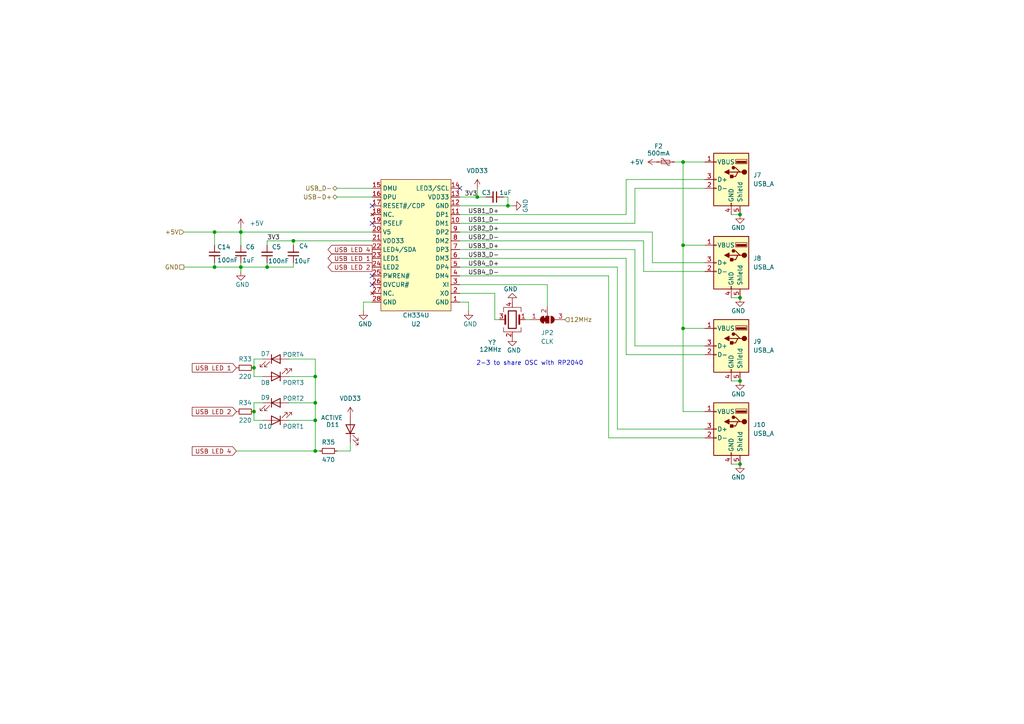
<source format=kicad_sch>
(kicad_sch (version 20250114) (generator "eeschema") (generator_version "9.0")
  (paper "A4")
  (title_block (title "MiSTeryShield20KRPiPico") (date "2025-01-30") (rev "V1") (company "Stefan Voss") (comment 3 "(c) 2025 by Stefan Voss") (comment 4 "MiSTery Pi Pico WLAN Shield for Tang Nano 20K"))
  (lib_symbols
    (symbol "Connector:USB_A" (pin_names (offset 1.016))
      (property "Reference" "J" (at -5.08 11.43 0))
      (property "Value" "USB_A" (at -5.08 8.89 0))
      (symbol "USB_A_0_1"
        (rectangle (start -5.08 -7.62) (end 5.08 7.62) (stroke (width 0.254)) (fill (type background)))
        (circle (center -3.81 2.159) (radius 0.635) (stroke (width 0.254)) (fill (type outline)))
        (polyline (pts (xy -3.175 2.159) (xy -2.54 2.159) (xy -1.27 3.429) (xy -0.635 3.429)) (stroke (width 0.254)))
        (polyline (pts (xy -2.54 2.159) (xy -1.905 2.159) (xy -1.27 0.889) (xy 0 0.889)) (stroke (width 0.254)))
        (rectangle (start -1.524 4.826) (end -4.318 5.334) (fill (type outline)))
        (rectangle (start -1.27 4.572) (end -4.572 5.842))
        (circle (center -0.635 3.429) (radius 0.381) (stroke (width 0.254)) (fill (type outline)))
        (rectangle (start -0.127 -7.62) (end 0.127 -6.858))
        (rectangle (start 0.254 1.27) (end -0.508 0.508) (stroke (width 0.254)) (fill (type outline)))
        (polyline (pts (xy 0.635 2.794) (xy 0.635 1.524) (xy 1.905 2.159) (xy 0.635 2.794)) (stroke (width 0.254)) (fill (type outline)))
        (rectangle (start 5.08 4.953) (end 4.318 5.207))
        (rectangle (start 5.08 -0.127) (end 4.318 0.127))
        (rectangle (start 5.08 -2.667) (end 4.318 -2.413))
      )
      (symbol "USB_A_1_1"
        (polyline (pts (xy -1.905 2.159) (xy 0.635 2.159)) (stroke (width 0.254)))
        (pin passive line (at -2.54 -10.16 90) (length 2.54) (name "Shield") (number "5"))
        (pin power_in line (at 0 -10.16 90) (length 2.54) (name "GND") (number "4"))
        (pin power_in line (at 7.62 5.08 180) (length 2.54) (name "VBUS") (number "1"))
        (pin bidirectional line (at 7.62 0 180) (length 2.54) (name "D+") (number "3"))
        (pin bidirectional line (at 7.62 -2.54 180) (length 2.54) (name "D-") (number "2"))
      )
    )
    (symbol "Device:C_Small" (pin_numbers (hide yes)) (pin_names (offset 0.254) (hide yes))
      (property "Reference" "C" (at 0.254 1.778 0))
      (property "Value" "C_Small" (at 0.254 -2.032 0))
      (symbol "C_Small_0_1"
        (polyline (pts (xy -1.524 0.508) (xy 1.524 0.508)) (stroke (width 0.3048)))
        (polyline (pts (xy -1.524 -0.508) (xy 1.524 -0.508)) (stroke (width 0.3302)))
      )
      (symbol "C_Small_1_1"
        (pin passive line (at 0 2.54 270) (length 2.032) (name "~") (number "1"))
        (pin passive line (at 0 -2.54 90) (length 2.032) (name "~") (number "2"))
      )
    )
    (symbol "Device:Crystal_GND24" (pin_names (offset 1.016) (hide yes))
      (property "Reference" "Y" (at 3.175 5.08 0))
      (property "Value" "Crystal_GND24" (at 3.175 3.175 0))
      (symbol "Crystal_GND24_0_1"
        (polyline (pts (xy -2.54 2.286) (xy -2.54 3.556) (xy 2.54 3.556) (xy 2.54 2.286)))
        (polyline (pts (xy -2.54 0) (xy -2.032 0)))
        (polyline (pts (xy -2.54 -2.286) (xy -2.54 -3.556) (xy 2.54 -3.556) (xy 2.54 -2.286)))
        (polyline (pts (xy -2.032 -1.27) (xy -2.032 1.27)) (stroke (width 0.508)))
        (rectangle (start -1.143 2.54) (end 1.143 -2.54) (stroke (width 0.3048)))
        (polyline (pts (xy 0 3.556) (xy 0 3.81)))
        (polyline (pts (xy 0 -3.81) (xy 0 -3.556)))
        (polyline (pts (xy 2.032 0) (xy 2.54 0)))
        (polyline (pts (xy 2.032 -1.27) (xy 2.032 1.27)) (stroke (width 0.508)))
      )
      (symbol "Crystal_GND24_1_1"
        (pin passive line (at -3.81 0 0) (length 1.27) (name "1") (number "1"))
        (pin passive line (at 0 5.08 270) (length 1.27) (name "2") (number "2"))
        (pin passive line (at 0 -5.08 90) (length 1.27) (name "4") (number "4"))
        (pin passive line (at 3.81 0 180) (length 1.27) (name "3") (number "3"))
      )
    )
    (symbol "Device:LED" (pin_numbers (hide yes)) (pin_names (offset 1.016) (hide yes))
      (property "Reference" "D" (at 0 2.54 0))
      (property "Value" "LED" (at 0 -2.54 0))
      (symbol "LED_0_1"
        (polyline (pts (xy -3.048 -0.762) (xy -4.572 -2.286) (xy -3.81 -2.286) (xy -4.572 -2.286) (xy -4.572 -1.524)))
        (polyline (pts (xy -1.778 -0.762) (xy -3.302 -2.286) (xy -2.54 -2.286) (xy -3.302 -2.286) (xy -3.302 -1.524)))
        (polyline (pts (xy -1.27 0) (xy 1.27 0)))
        (polyline (pts (xy -1.27 -1.27) (xy -1.27 1.27)) (stroke (width 0.254)))
        (polyline (pts (xy 1.27 -1.27) (xy 1.27 1.27) (xy -1.27 0) (xy 1.27 -1.27)) (stroke (width 0.254)))
      )
      (symbol "LED_1_1"
        (pin passive line (at -3.81 0 0) (length 2.54) (name "K") (number "1"))
        (pin passive line (at 3.81 0 180) (length 2.54) (name "A") (number "2"))
      )
    )
    (symbol "Device:Polyfuse_Small" (pin_numbers (hide yes)) (pin_names (offset 0))
      (property "Reference" "F" (at -1.905 0 90))
      (property "Value" "Polyfuse_Small" (at 1.905 0 90))
      (symbol "Polyfuse_Small_0_1"
        (polyline (pts (xy -1.016 1.27) (xy -1.016 0.762) (xy 1.016 -0.762) (xy 1.016 -1.27)))
        (rectangle (start -0.508 1.27) (end 0.508 -1.27))
        (polyline (pts (xy 0 2.54) (xy 0 -2.54)))
      )
      (symbol "Polyfuse_Small_1_1"
        (pin passive line (at 0 2.54 270) (length 0.635) (name "~") (number "1"))
        (pin passive line (at 0 -2.54 90) (length 0.635) (name "~") (number "2"))
      )
    )
    (symbol "Device:R_Small" (pin_numbers (hide yes)) (pin_names (offset 0.254) (hide yes))
      (property "Reference" "R" (at 0.762 0.508 0))
      (property "Value" "R_Small" (at 0.762 -1.016 0))
      (symbol "R_Small_0_1"
        (rectangle (start -0.762 1.778) (end 0.762 -1.778) (stroke (width 0.2032)))
      )
      (symbol "R_Small_1_1"
        (pin passive line (at 0 2.54 270) (length 0.762) (name "~") (number "1"))
        (pin passive line (at 0 -2.54 90) (length 0.762) (name "~") (number "2"))
      )
    )
    (symbol "Jumper:SolderJumper_3_Bridged12" (pin_names (offset 0) (hide yes)) (in_bom no)
      (property "Reference" "JP" (at -2.54 -2.54 0))
      (property "Value" "SolderJumper_3_Bridged12" (at 0 2.794 0))
      (symbol "SolderJumper_3_Bridged12_0_1"
        (polyline (pts (xy -2.54 0) (xy -2.032 0)))
        (polyline (pts (xy -1.016 1.016) (xy -1.016 -1.016)))
        (rectangle (start -1.016 0.508) (end -0.508 -0.508) (fill (type outline)))
        (arc (start -1.016 -1.016) (mid -2.0276 0) (end -1.016 1.016))
        (arc (start -1.016 -1.016) (mid -2.0276 0) (end -1.016 1.016) (fill (type outline)))
        (rectangle (start -0.508 1.016) (end 0.508 -1.016) (fill (type outline)))
        (polyline (pts (xy 0 -1.27) (xy 0 -1.016)))
        (arc (start 1.016 1.016) (mid 2.0276 0) (end 1.016 -1.016))
        (arc (start 1.016 1.016) (mid 2.0276 0) (end 1.016 -1.016) (fill (type outline)))
        (polyline (pts (xy 1.016 1.016) (xy 1.016 -1.016)))
        (polyline (pts (xy 2.54 0) (xy 2.032 0)))
      )
      (symbol "SolderJumper_3_Bridged12_1_1"
        (pin passive line (at -5.08 0 0) (length 2.54) (name "A") (number "1"))
        (pin passive line (at 0 -3.81 90) (length 2.54) (name "C") (number "2"))
        (pin passive line (at 5.08 0 180) (length 2.54) (name "B") (number "3"))
      )
    )
    (symbol "power:+5V" (power) (pin_names (offset 0))
      (property "Value" "+5V" (at 0 3.556 0))
      (symbol "+5V_0_1"
        (polyline (pts (xy -0.762 1.27) (xy 0 2.54)))
        (polyline (pts (xy 0 2.54) (xy 0.762 1.27)))
        (polyline (pts (xy 0 0) (xy 0 2.54)))
      )
      (symbol "+5V_1_1"
        (pin power_in line (at 0 0 90) (length 0) (hide yes) (name "+5V") (number "1"))
      )
    )
    (symbol "power:GND" (power) (pin_names (offset 0))
      (property "Value" "GND" (at 0 -3.81 0))
      (symbol "GND_0_1"
        (polyline (pts (xy 0 0) (xy 0 -1.27) (xy 1.27 -1.27) (xy 0 -2.54) (xy -1.27 -1.27) (xy 0 -1.27)))
      )
      (symbol "GND_1_1"
        (pin power_in line (at 0 0 270) (length 0) (hide yes) (name "GND") (number "1"))
      )
    )
    (symbol "power:VDD" (power) (pin_numbers (hide yes)) (pin_names (offset 0) (hide yes))
      (property "Value" "VDD" (at 0 3.556 0))
      (symbol "VDD_0_1"
        (polyline (pts (xy -0.762 1.27) (xy 0 2.54)))
        (polyline (pts (xy 0 2.54) (xy 0.762 1.27)))
        (polyline (pts (xy 0 0) (xy 0 2.54)))
      )
      (symbol "VDD_1_1"
        (pin power_in line (at 0 0 90) (length 0) (name "~") (number "1"))
      )
    )
    (symbol "wch_mcu_peripheral:CH334U"
      (property "Reference" "U" (at 6.35 -21.59 0))
      (property "Value" "CH334U" (at -2.54 -21.59 0))
      (symbol "CH334U_0_1"
        (rectangle (start -10.16 19.05) (end 10.16 -19.05) (fill (type background)))
      )
      (symbol "CH334U_1_1"
        (pin power_in line (at -12.7 16.51 0) (length 2.54) (name "GND") (number "1"))
        (pin output line (at -12.7 13.97 0) (length 2.54) (name "XO") (number "2"))
        (pin input line (at -12.7 11.43 0) (length 2.54) (name "XI") (number "3"))
        (pin bidirectional line (at -12.7 8.89 0) (length 2.54) (name "DM4") (number "4"))
        (pin bidirectional line (at -12.7 6.35 0) (length 2.54) (name "DP4") (number "5"))
        (pin bidirectional line (at -12.7 3.81 0) (length 2.54) (name "DM3") (number "6"))
        (pin bidirectional line (at -12.7 1.27 0) (length 2.54) (name "DP3") (number "7"))
        (pin bidirectional line (at -12.7 -1.27 0) (length 2.54) (name "DM2") (number "8"))
        (pin bidirectional line (at -12.7 -3.81 0) (length 2.54) (name "DP2") (number "9"))
        (pin bidirectional line (at -12.7 -6.35 0) (length 2.54) (name "DM1") (number "10"))
        (pin bidirectional line (at -12.7 -8.89 0) (length 2.54) (name "DP1") (number "11"))
        (pin power_in line (at -12.7 -11.43 0) (length 2.54) (name "GND") (number "12"))
        (pin power_in line (at -12.7 -13.97 0) (length 2.54) (name "VDD33") (number "13"))
        (pin bidirectional line (at -12.7 -16.51 0) (length 2.54) (name "LED3/SCL") (number "14"))
        (pin power_in line (at 12.7 16.51 180) (length 2.54) (name "GND") (number "28"))
        (pin no_connect line (at 12.7 13.97 180) (length 2.54) (name "NC.") (number "27"))
        (pin input line (at 12.7 11.43 180) (length 2.54) (name "OVCUR#") (number "26"))
        (pin output line (at 12.7 8.89 180) (length 2.54) (name "PWREN#") (number "25"))
        (pin bidirectional line (at 12.7 6.35 180) (length 2.54) (name "LED2") (number "24"))
        (pin bidirectional line (at 12.7 3.81 180) (length 2.54) (name "LED1") (number "23"))
        (pin bidirectional line (at 12.7 1.27 180) (length 2.54) (name "LED4/SDA") (number "22"))
        (pin power_in line (at 12.7 -1.27 180) (length 2.54) (name "VDD33") (number "21"))
        (pin power_in line (at 12.7 -3.81 180) (length 2.54) (name "V5") (number "20"))
        (pin input line (at 12.7 -6.35 180) (length 2.54) (name "PSELF") (number "19"))
        (pin no_connect line (at 12.7 -8.89 180) (length 2.54) (name "NC.") (number "18"))
        (pin input line (at 12.7 -11.43 180) (length 2.54) (name "RESET#/CDP") (number "17"))
        (pin bidirectional line (at 12.7 -13.97 180) (length 2.54) (name "DPU") (number "16"))
        (pin bidirectional line (at 12.7 -16.51 180) (length 2.54) (name "DMU") (number "15"))
      )
    )
  )
  (text "2-3 to share OSC with RP2040" (at 153.67 105.41 0) (effects (font (size 1.27 1.27))))
  (junction (at 69.85 67.31))
  (junction (at 214.63 62.23))
  (junction (at 91.44 109.22))
  (junction (at 147.32 59.69))
  (junction (at 214.63 86.36))
  (junction (at 91.44 121.92))
  (junction (at 198.12 46.99))
  (junction (at 73.66 119.38))
  (junction (at 91.44 116.84))
  (junction (at 85.09 69.85))
  (junction (at 198.12 71.12))
  (junction (at 198.12 95.25))
  (junction (at 214.63 110.49))
  (junction (at 62.23 77.47))
  (junction (at 214.63 134.62))
  (junction (at 91.44 130.81))
  (junction (at 73.66 106.68))
  (junction (at 138.43 57.15))
  (junction (at 69.85 77.47))
  (junction (at 62.23 67.31))
  (junction (at 77.47 77.47))
  (no_connect (at 133.35 54.61))
  (no_connect (at 107.95 64.77))
  (no_connect (at 107.95 59.69))
  (no_connect (at 107.95 80.01))
  (no_connect (at 107.95 82.55))
  (wire (pts (xy 133.35 80.01) (xy 176.53 80.01)))
  (wire (pts (xy 53.34 77.47) (xy 62.23 77.47)))
  (wire (pts (xy 73.66 116.84) (xy 73.66 119.38)))
  (wire (pts (xy 91.44 130.81) (xy 92.71 130.81)))
  (wire (pts (xy 184.15 54.61) (xy 204.47 54.61)))
  (wire (pts (xy 91.44 104.14) (xy 91.44 109.22)))
  (wire (pts (xy 189.23 67.31) (xy 189.23 76.2)))
  (wire (pts (xy 69.85 67.31) (xy 107.95 67.31)))
  (wire (pts (xy 69.85 66.04) (xy 69.85 67.31)))
  (wire (pts (xy 91.44 109.22) (xy 83.82 109.22)))
  (wire (pts (xy 62.23 77.47) (xy 62.23 76.2)))
  (wire (pts (xy 212.09 110.49) (xy 214.63 110.49)))
  (wire (pts (xy 184.15 100.33) (xy 204.47 100.33)))
  (wire (pts (xy 135.89 90.17) (xy 135.89 87.63)))
  (wire (pts (xy 85.09 77.47) (xy 85.09 76.2)))
  (wire (pts (xy 138.43 57.15) (xy 133.35 57.15)))
  (wire (pts (xy 133.35 67.31) (xy 189.23 67.31)))
  (wire (pts (xy 77.47 77.47) (xy 85.09 77.47)))
  (wire (pts (xy 62.23 67.31) (xy 62.23 71.12)))
  (wire (pts (xy 198.12 46.99) (xy 198.12 71.12)))
  (wire (pts (xy 143.51 85.09) (xy 133.35 85.09)))
  (wire (pts (xy 73.66 119.38) (xy 73.66 121.92)))
  (wire (pts (xy 69.85 71.12) (xy 69.85 67.31)))
  (wire (pts (xy 69.85 77.47) (xy 77.47 77.47)))
  (wire (pts (xy 153.67 92.71) (xy 152.4 92.71)))
  (wire (pts (xy 195.58 46.99) (xy 198.12 46.99)))
  (wire (pts (xy 198.12 46.99) (xy 204.47 46.99)))
  (wire (pts (xy 184.15 64.77) (xy 184.15 54.61)))
  (wire (pts (xy 198.12 71.12) (xy 198.12 95.25)))
  (wire (pts (xy 62.23 77.47) (xy 69.85 77.47)))
  (wire (pts (xy 198.12 95.25) (xy 204.47 95.25)))
  (wire (pts (xy 97.79 54.61) (xy 107.95 54.61)))
  (wire (pts (xy 176.53 127) (xy 204.47 127)))
  (wire (pts (xy 77.47 69.85) (xy 85.09 69.85)))
  (wire (pts (xy 186.69 78.74) (xy 204.47 78.74)))
  (wire (pts (xy 198.12 71.12) (xy 204.47 71.12)))
  (wire (pts (xy 105.41 90.17) (xy 105.41 87.63)))
  (wire (pts (xy 68.58 130.81) (xy 91.44 130.81)))
  (wire (pts (xy 189.23 76.2) (xy 204.47 76.2)))
  (wire (pts (xy 148.59 59.69) (xy 147.32 59.69)))
  (wire (pts (xy 179.07 77.47) (xy 179.07 124.46)))
  (wire (pts (xy 133.35 69.85) (xy 186.69 69.85)))
  (wire (pts (xy 83.82 116.84) (xy 91.44 116.84)))
  (wire (pts (xy 83.82 104.14) (xy 91.44 104.14)))
  (wire (pts (xy 212.09 134.62) (xy 214.63 134.62)))
  (wire (pts (xy 158.75 82.55) (xy 133.35 82.55)))
  (wire (pts (xy 181.61 52.07) (xy 204.47 52.07)))
  (wire (pts (xy 73.66 104.14) (xy 73.66 106.68)))
  (wire (pts (xy 77.47 69.85) (xy 77.47 71.12)))
  (wire (pts (xy 138.43 54.61) (xy 138.43 57.15)))
  (wire (pts (xy 198.12 119.38) (xy 204.47 119.38)))
  (wire (pts (xy 73.66 109.22) (xy 76.2 109.22)))
  (wire (pts (xy 73.66 121.92) (xy 76.2 121.92)))
  (wire (pts (xy 107.95 87.63) (xy 105.41 87.63)))
  (wire (pts (xy 143.51 92.71) (xy 143.51 85.09)))
  (wire (pts (xy 85.09 71.12) (xy 85.09 69.85)))
  (wire (pts (xy 85.09 69.85) (xy 107.95 69.85)))
  (wire (pts (xy 181.61 102.87) (xy 204.47 102.87)))
  (wire (pts (xy 140.97 57.15) (xy 138.43 57.15)))
  (wire (pts (xy 69.85 77.47) (xy 69.85 78.74)))
  (wire (pts (xy 133.35 72.39) (xy 184.15 72.39)))
  (wire (pts (xy 176.53 80.01) (xy 176.53 127)))
  (wire (pts (xy 77.47 77.47) (xy 77.47 76.2)))
  (wire (pts (xy 97.79 130.81) (xy 101.6 130.81)))
  (wire (pts (xy 76.2 104.14) (xy 73.66 104.14)))
  (wire (pts (xy 147.32 59.69) (xy 133.35 59.69)))
  (wire (pts (xy 91.44 109.22) (xy 91.44 116.84)))
  (wire (pts (xy 158.75 82.55) (xy 158.75 88.9)))
  (wire (pts (xy 76.2 116.84) (xy 73.66 116.84)))
  (wire (pts (xy 133.35 77.47) (xy 179.07 77.47)))
  (wire (pts (xy 212.09 86.36) (xy 214.63 86.36)))
  (wire (pts (xy 101.6 130.81) (xy 101.6 128.27)))
  (wire (pts (xy 181.61 74.93) (xy 181.61 102.87)))
  (wire (pts (xy 133.35 62.23) (xy 181.61 62.23)))
  (wire (pts (xy 133.35 64.77) (xy 184.15 64.77)))
  (wire (pts (xy 147.32 59.69) (xy 147.32 57.15)))
  (wire (pts (xy 73.66 106.68) (xy 73.66 109.22)))
  (wire (pts (xy 146.05 57.15) (xy 147.32 57.15)))
  (wire (pts (xy 144.78 92.71) (xy 143.51 92.71)))
  (wire (pts (xy 186.69 69.85) (xy 186.69 78.74)))
  (wire (pts (xy 83.82 121.92) (xy 91.44 121.92)))
  (wire (pts (xy 97.79 57.15) (xy 107.95 57.15)))
  (wire (pts (xy 179.07 124.46) (xy 204.47 124.46)))
  (wire (pts (xy 69.85 77.47) (xy 69.85 76.2)))
  (wire (pts (xy 91.44 116.84) (xy 91.44 121.92)))
  (wire (pts (xy 91.44 121.92) (xy 91.44 130.81)))
  (wire (pts (xy 184.15 72.39) (xy 184.15 100.33)))
  (wire (pts (xy 133.35 87.63) (xy 135.89 87.63)))
  (wire (pts (xy 53.34 67.31) (xy 62.23 67.31)))
  (wire (pts (xy 198.12 95.25) (xy 198.12 119.38)))
  (wire (pts (xy 62.23 67.31) (xy 69.85 67.31)))
  (wire (pts (xy 133.35 74.93) (xy 181.61 74.93)))
  (wire (pts (xy 181.61 62.23) (xy 181.61 52.07)))
  (wire (pts (xy 212.09 62.23) (xy 214.63 62.23)))
  (label "USB3_D-" (at 144.78 74.93 180))
  (label "3V3" (at 138.43 57.15 180))
  (label "3V3" (at 77.47 69.85 0))
  (label "USB4_D+" (at 144.78 77.47 180))
  (label "USB1_D+" (at 144.78 62.23 180))
  (label "USB3_D+" (at 144.78 72.39 180))
  (label "USB2_D+" (at 144.78 67.31 180))
  (label "USB1_D-" (at 144.78 64.77 180))
  (label "USB2_D-" (at 144.78 69.85 180))
  (label "USB4_D-" (at 144.78 80.01 180))
  (global_label "USB LED 4" (shape output) (at 107.95 72.39 180) (property "Intersheetrefs" "${INTERSHEET_REFS}" (effects (hide yes))))
  (global_label "USB LED 2" (shape output) (at 107.95 77.47 180) (property "Intersheetrefs" "${INTERSHEET_REFS}" (effects (hide yes))))
  (global_label "USB LED 4" (shape input) (at 68.58 130.81 180) (property "Intersheetrefs" "${INTERSHEET_REFS}" (effects (hide yes))))
  (global_label "USB LED 1" (shape output) (at 107.95 74.93 180) (property "Intersheetrefs" "${INTERSHEET_REFS}" (effects (hide yes))))
  (global_label "USB LED 1" (shape input) (at 68.58 106.68 180) (property "Intersheetrefs" "${INTERSHEET_REFS}" (effects (hide yes))))
  (global_label "USB LED 2" (shape input) (at 68.58 119.38 180) (property "Intersheetrefs" "${INTERSHEET_REFS}" (effects (hide yes))))
  (hierarchical_label "+5V" (shape input) (at 53.34 67.31 180))
  (hierarchical_label "USB_D-" (shape bidirectional) (at 97.79 54.61 180))
  (hierarchical_label "12MHz" (shape input) (at 163.83 92.71 0))
  (hierarchical_label "USB-D+" (shape bidirectional) (at 97.79 57.15 180))
  (hierarchical_label "GND" (shape passive) (at 53.34 77.47 180))
  (symbol (lib_id "Device:LED") (at 80.01 116.84 0) (unit 1)
    (property "Reference" "D9" (at 76.962 115.316 0))
    (property "Value" "PORT2" (at 85.09 115.57 0))
    (property "Footprint" "LED_SMD:LED_0805_2012Metric" (effects (hide yes)))
    (property "Description" "Light emitting diode" (effects (hide yes)))
    (property "Sim.Pins" "1=K 2=A" (effects (hide yes)))
    (property "LCSC" "C2297" (effects (hide yes)))
  )
  (symbol (lib_id "Connector:USB_A") (at 212.09 100.33 0) (mirror y) (unit 1)
    (property "Reference" "J9" (at 218.44 99.0599 0) (effects (justify right)))
    (property "Value" "USB_A" (at 218.44 101.5999 0) (effects (justify right)))
    (property "Footprint" "Connector_USB:USB_A_Molex_67643_Horizontal" (effects (hide yes)))
    (property "Description" "USB Type A connector" (effects (hide yes)))
  )
  (symbol (lib_id "Device:R_Small") (at 71.12 119.38 90) (unit 1)
    (property "Reference" "R34" (at 71.12 116.84 90))
    (property "Value" "220" (at 71.12 121.92 90))
    (property "Footprint" "Resistor_SMD:R_0402_1005Metric" (effects (hide yes)))
  )
  (symbol (lib_id "power:GND") (at 148.59 59.69 90) (unit 1)
    (property "Reference" "#PWR04" (effects (hide yes)))
    (property "Value" "GND" (at 152.4 59.69 0))
  )
  (symbol (lib_id "Device:Polyfuse_Small") (at 193.04 46.99 270) (mirror x) (unit 1)
    (property "Reference" "F2" (at 191.008 42.418 90))
    (property "Value" "500mA" (at 191.008 44.45 90))
    (property "Footprint" "Fuse:Fuse_1206_3216Metric" (effects (hide yes)))
    (property "LCSC" "C70076" (effects (hide yes)))
  )
  (symbol (lib_id "Connector:USB_A") (at 212.09 124.46 0) (mirror y) (unit 1)
    (property "Reference" "J10" (at 218.44 123.1899 0) (effects (justify right)))
    (property "Value" "USB_A" (at 218.44 125.7299 0) (effects (justify right)))
    (property "Footprint" "Connector_USB:USB_A_Molex_67643_Horizontal" (effects (hide yes)))
    (property "Description" "USB Type A connector" (effects (hide yes)))
  )
  (symbol (lib_id "Device:LED") (at 80.01 121.92 180) (unit 1)
    (property "Reference" "D10" (at 76.962 123.698 0))
    (property "Value" "PORT1" (at 85.09 123.698 0))
    (property "Footprint" "LED_SMD:LED_0805_2012Metric" (effects (hide yes)))
    (property "Description" "Light emitting diode" (effects (hide yes)))
    (property "Sim.Pins" "1=K 2=A" (effects (hide yes)))
    (property "LCSC" "C2297" (effects (hide yes)))
  )
  (symbol (lib_id "power:GND") (at 69.85 78.74 0) (unit 1)
    (property "Reference" "#PWR?" (effects (hide yes)))
    (property "Value" "GND" (at 72.39 82.55 0) (effects (justify right)))
  )
  (symbol (lib_id "power:+5V") (at 190.5 46.99 90) (mirror x) (unit 1)
    (property "Reference" "#PWR?" (effects (hide yes)))
    (property "Value" "+5V" (at 186.69 46.9899 90) (effects (justify left)))
  )
  (symbol (lib_id "power:GND") (at 148.59 87.63 180) (unit 1)
    (property "Reference" "#PWR?" (effects (hide yes)))
    (property "Value" "GND" (at 146.05 83.82 0) (effects (justify right)))
  )
  (symbol (lib_id "Device:R_Small") (at 71.12 106.68 90) (unit 1)
    (property "Reference" "R33" (at 71.12 104.14 90))
    (property "Value" "220" (at 71.12 109.22 90))
    (property "Footprint" "Resistor_SMD:R_0402_1005Metric" (effects (hide yes)))
  )
  (symbol (lib_id "Device:LED") (at 80.01 109.22 180) (unit 1)
    (property "Reference" "D8" (at 76.962 110.998 0))
    (property "Value" "PORT3" (at 85.09 110.998 0))
    (property "Footprint" "LED_SMD:LED_0805_2012Metric" (effects (hide yes)))
    (property "Description" "Light emitting diode" (effects (hide yes)))
    (property "Sim.Pins" "1=K 2=A" (effects (hide yes)))
    (property "LCSC" "C2297" (effects (hide yes)))
  )
  (symbol (lib_id "Device:C_Small") (at 77.47 73.66 180) (unit 1)
    (property "Reference" "C5" (at 81.534 71.628 0) (effects (justify left)))
    (property "Value" "100nF" (at 83.82 75.692 0) (effects (justify left)))
    (property "Footprint" "Capacitor_SMD:C_0402_1005Metric" (effects (hide yes)))
    (property "Comment" "0805" (effects (hide yes)))
    (property "LCSC" "C1525" (effects (hide yes)))
  )
  (symbol (lib_id "Device:C_Small") (at 69.85 73.66 180) (unit 1)
    (property "Reference" "C6" (at 73.914 71.628 0) (effects (justify left)))
    (property "Value" "1uF" (at 73.914 75.438 0) (effects (justify left)))
    (property "Footprint" "Capacitor_SMD:C_0402_1005Metric" (effects (hide yes)))
    (property "LCSC Part #" "C28323" (effects (hide yes)))
    (property "Comment" "0805" (effects (hide yes)))
  )
  (symbol (lib_id "power:GND") (at 135.89 90.17 0) (unit 1)
    (property "Reference" "#PWR07" (effects (hide yes)))
    (property "Value" "GND" (at 138.43 93.98 0) (effects (justify right)))
  )
  (symbol (lib_id "wch_mcu_peripheral:CH334U") (at 120.65 71.12 180) (unit 1)
    (property "Reference" "U2" (at 120.65 93.98 0))
    (property "Value" "CH334U" (at 120.65 91.44 0))
    (property "Footprint" "Package_SO:SSOP-28_3.9x9.9mm_P0.635mm" (effects (hide yes)))
    (property "Datasheet" "http://www.wch-ic.com/downloads/CH334DS1_PDF.html" (effects (hide yes)))
    (property "LCSC Part #" "C5187524" (effects (hide yes)))
    (property "Comment" "SSOP-28" (effects (hide yes)))
  )
  (symbol (lib_id "power:GND") (at 105.41 90.17 0) (unit 1)
    (property "Reference" "#PWR08" (effects (hide yes)))
    (property "Value" "GND" (at 107.95 93.98 0) (effects (justify right)))
  )
  (symbol (lib_id "power:GND") (at 214.63 110.49 0) (mirror y) (unit 1)
    (property "Reference" "#PWR0101" (effects (hide yes)))
    (property "Value" "GND" (at 212.09 114.3 0) (effects (justify right)))
  )
  (symbol (lib_id "Device:LED") (at 80.01 104.14 0) (unit 1)
    (property "Reference" "D7" (at 76.962 102.616 0))
    (property "Value" "PORT4" (at 85.09 102.87 0))
    (property "Footprint" "LED_SMD:LED_0805_2012Metric" (effects (hide yes)))
    (property "Description" "Light emitting diode" (effects (hide yes)))
    (property "Sim.Pins" "1=K 2=A" (effects (hide yes)))
    (property "LCSC" "C2297" (effects (hide yes)))
  )
  (symbol (lib_id "power:GND") (at 214.63 134.62 0) (mirror y) (unit 1)
    (property "Reference" "#PWR0102" (effects (hide yes)))
    (property "Value" "GND" (at 212.09 138.43 0) (effects (justify right)))
  )
  (symbol (lib_id "Device:C_Small") (at 85.09 73.66 180) (unit 1)
    (property "Reference" "C4" (at 89.408 71.374 0) (effects (justify left)))
    (property "Value" "10uF" (at 90.17 75.692 0) (effects (justify left)))
    (property "Footprint" "Capacitor_SMD:C_0402_1005Metric" (effects (hide yes)))
    (property "LCSC Part #" "C15850" (effects (hide yes)))
    (property "Comment" "0805" (effects (hide yes)))
  )
  (symbol (lib_id "power:+5V") (at 69.85 66.04 0) (unit 1)
    (property "Reference" "#PWR?" (effects (hide yes)))
    (property "Value" "+5V" (at 72.39 64.7699 0) (effects (justify left)))
  )
  (symbol (lib_id "power:VDD") (at 138.43 54.61 0) (unit 1)
    (property "Reference" "#PWR094" (effects (hide yes)))
    (property "Value" "VDD33" (at 138.43 49.53 0))
    (property "Description" "Power symbol creates a global label with name \"VDD\"" (effects (hide yes)))
  )
  (symbol (lib_id "Device:C_Small") (at 62.23 73.66 0) (unit 1)
    (property "Reference" "C28" (at 62.992 71.628 0) (effects (justify left)))
    (property "Value" "100nF" (at 62.992 75.438 0) (effects (justify left)))
    (property "Footprint" "Capacitor_SMD:C_0402_1005Metric" (effects (hide yes)))
    (property "LCSC" "C1525" (effects (hide yes)))
    (instances (project "" (path "" (reference "C14") (unit 1))) (project "" (path "" (reference "C9") (unit 1)) (path "" (reference "C28") (unit 1))))
  )
  (symbol (lib_id "Device:C_Small") (at 143.51 57.15 270) (unit 1)
    (property "Reference" "C3" (at 139.7 55.88 90) (effects (justify left)))
    (property "Value" "1uF" (at 144.78 55.88 90) (effects (justify left)))
    (property "Footprint" "Capacitor_SMD:C_0402_1005Metric" (effects (hide yes)))
    (property "LCSC Part #" "C28323" (effects (hide yes)))
    (property "Comment" "0805" (effects (hide yes)))
  )
  (symbol (lib_id "power:GND") (at 214.63 62.23 0) (mirror y) (unit 1)
    (property "Reference" "#PWR099" (effects (hide yes)))
    (property "Value" "GND" (at 212.09 66.04 0) (effects (justify right)))
  )
  (symbol (lib_id "Connector:USB_A") (at 212.09 76.2 0) (mirror y) (unit 1)
    (property "Reference" "J8" (at 218.44 74.9299 0) (effects (justify right)))
    (property "Value" "USB_A" (at 218.44 77.4699 0) (effects (justify right)))
    (property "Footprint" "Connector_USB:USB_A_Molex_67643_Horizontal" (effects (hide yes)))
    (property "Description" "USB Type A connector" (effects (hide yes)))
  )
  (symbol (lib_id "power:VDD") (at 101.6 120.65 0) (unit 1)
    (property "Reference" "#PWR091" (effects (hide yes)))
    (property "Value" "VDD33" (at 101.6 115.57 0))
    (property "Description" "Power symbol creates a global label with name \"VDD\"" (effects (hide yes)))
  )
  (symbol (lib_id "Jumper:SolderJumper_3_Bridged12") (at 158.75 92.71 0) (mirror x) (unit 1) (in_bom no)
    (property "Reference" "JP2" (at 158.75 96.52 0))
    (property "Value" "CLK" (at 158.75 99.06 0))
    (property "Footprint" "Jumper:SolderJumper-3_P1.3mm_Bridged12_RoundedPad1.0x1.5mm" (effects (hide yes)))
    (property "Description" "3-pole Solder Jumper, pins 1+2 closed/bridged" (effects (hide yes)))
  )
  (symbol (lib_id "power:GND") (at 214.63 86.36 0) (mirror y) (unit 1)
    (property "Reference" "#PWR0100" (effects (hide yes)))
    (property "Value" "GND" (at 212.09 90.17 0) (effects (justify right)))
  )
  (symbol (lib_id "Device:Crystal_GND24") (at 148.59 92.71 180) (unit 1)
    (property "Reference" "Y?" (at 142.748 99.314 0))
    (property "Value" "12MHz" (at 142.24 101.346 0))
    (property "Footprint" "Crystal:Crystal_SMD_3225-4Pin_3.2x2.5mm" (effects (hide yes)))
    (property "Description" "Four pin crystal, GND on pins 2 and 4" (effects (hide yes)))
    (property "LCSC Part #" "C9002" (effects (hide yes)))
    (property "Comment" "SMD 3225 4-Pin" (effects (hide yes)))
  )
  (symbol (lib_id "Connector:USB_A") (at 212.09 52.07 0) (mirror y) (unit 1)
    (property "Reference" "J7" (at 218.44 50.7999 0) (effects (justify right)))
    (property "Value" "USB_A" (at 218.44 53.3399 0) (effects (justify right)))
    (property "Footprint" "Connector_USB:USB_A_Molex_67643_Horizontal" (effects (hide yes)))
    (property "Description" "USB Type A connector" (effects (hide yes)))
  )
  (symbol (lib_id "power:GND") (at 148.59 97.79 0) (unit 1)
    (property "Reference" "#PWR?" (effects (hide yes)))
    (property "Value" "GND" (at 151.13 101.6 0) (effects (justify right)))
  )
  (symbol (lib_id "Device:R_Small") (at 95.25 130.81 90) (unit 1)
    (property "Reference" "R35" (at 95.25 128.27 90))
    (property "Value" "470" (at 95.25 133.35 90))
    (property "Footprint" "Resistor_SMD:R_0402_1005Metric" (effects (hide yes)))
  )
  (symbol (lib_id "Device:LED") (at 101.6 124.46 90) (unit 1)
    (property "Reference" "D11" (at 96.52 123.19 90))
    (property "Value" "ACTIVE" (at 96.266 121.158 90))
    (property "Footprint" "LED_SMD:LED_0805_2012Metric" (effects (hide yes)))
    (property "Description" "Light emitting diode" (effects (hide yes)))
    (property "Sim.Pins" "1=K 2=A" (effects (hide yes)))
    (property "LCSC" "C2297" (effects (hide yes)))
  )
)
</source>
